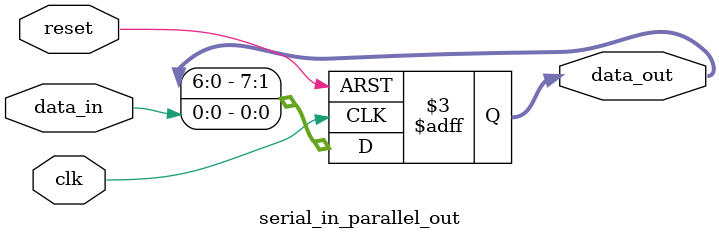
<source format=sv>
module serial_in_parallel_out #(parameter DATA_WIDTH=8) (
  input logic data_in,
  input logic clk,
  input logic reset,
  output logic [DATA_WIDTH-1:0] data_out);
  
  always @ (posedge clk or negedge reset) begin
    if (!reset) begin
      data_out<=0;
    end else begin
      data_out<={data_out[DATA_WIDTH-2:0], data_in};
    end
  end
endmodule

        
    
</source>
